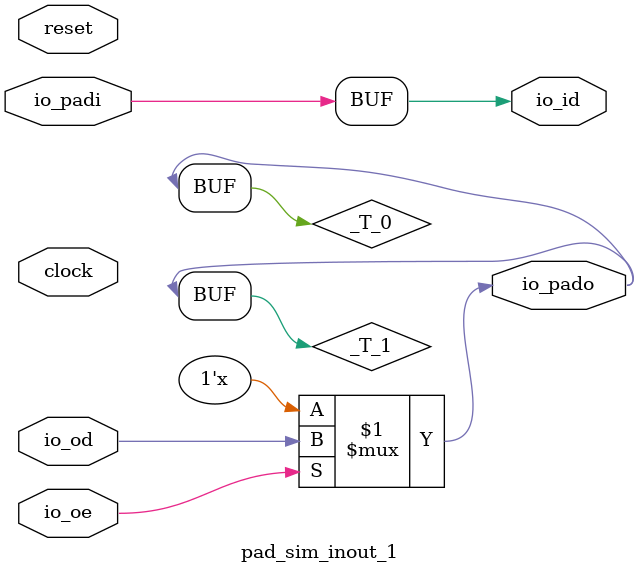
<source format=v>
module utils_pad_sim_in_out_inout_top(
    inout wire  io_i2c_scl, //@ demo_utils_pad_sim_in_out_inout.py:12
    inout wire  io_i2c_sda, //@ demo_utils_pad_sim_in_out_inout.py:13
    output wire  io_uart_tx, //@ demo_utils_pad_sim_in_out_inout.py:24
    input  wire  io_uart_rx, //@ demo_utils_pad_sim_in_out_inout.py:25
    input  wire  clock, //@ phgl_generator.py:85
    input  wire  reset  //@ phgl_generator.py:85
);
    wire  core_io_i2c_scl_input; //@ demo_utils_pad_sim_in_out_inout.py:45
    wire  core_io_i2c_scl_output; //@ demo_utils_pad_sim_in_out_inout.py:45
    wire  core_io_i2c_scl_oe; //@ demo_utils_pad_sim_in_out_inout.py:45
    wire  core_io_i2c_sda_input; //@ demo_utils_pad_sim_in_out_inout.py:45
    wire  core_io_i2c_sda_output; //@ demo_utils_pad_sim_in_out_inout.py:45
    wire  core_io_i2c_sda_oe; //@ demo_utils_pad_sim_in_out_inout.py:45
    wire  core_io_uart_tx; //@ demo_utils_pad_sim_in_out_inout.py:45
    wire  core_io_uart_rx; //@ demo_utils_pad_sim_in_out_inout.py:45
    wire  core_clock; //@ demo_utils_pad_sim_in_out_inout.py:45
    wire  core_reset; //@ demo_utils_pad_sim_in_out_inout.py:45
    wire  io_uart_tx_pad_io_d; //@ pad_sim_model.py:184
    wire  io_uart_tx_pad_io_pad; //@ pad_sim_model.py:184
    wire  io_uart_tx_pad_clock; //@ pad_sim_model.py:184
    wire  io_uart_tx_pad_reset; //@ pad_sim_model.py:184
    wire  io_uart_rx_pad_io_d; //@ pad_sim_model.py:178
    wire  io_uart_rx_pad_io_pad; //@ pad_sim_model.py:178
    wire  io_uart_rx_pad_clock; //@ pad_sim_model.py:178
    wire  io_uart_rx_pad_reset; //@ pad_sim_model.py:178
    wire  io_i2c_scl_pad_io_od; //@ pad_sim_model.py:163
    wire  io_i2c_scl_pad_io_oe; //@ pad_sim_model.py:163
    wire  io_i2c_scl_pad_io_id; //@ pad_sim_model.py:163
    wire  io_i2c_scl_pad_io_padi; //@ pad_sim_model.py:163
    wire  io_i2c_scl_pad_io_pado; //@ pad_sim_model.py:163
    wire  io_i2c_scl_pad_clock; //@ pad_sim_model.py:163
    wire  io_i2c_scl_pad_reset; //@ pad_sim_model.py:163
    wire  io_i2c_sda_pad_io_od; //@ pad_sim_model.py:163
    wire  io_i2c_sda_pad_io_oe; //@ pad_sim_model.py:163
    wire  io_i2c_sda_pad_io_id; //@ pad_sim_model.py:163
    wire  io_i2c_sda_pad_io_padi; //@ pad_sim_model.py:163
    wire  io_i2c_sda_pad_io_pado; //@ pad_sim_model.py:163
    wire  io_i2c_sda_pad_clock; //@ pad_sim_model.py:163
    wire  io_i2c_sda_pad_reset; //@ pad_sim_model.py:163
    utils_pad_sim_core_module core( //@ demo_utils_pad_sim_in_out_inout.py:45
        .io_i2c_scl_input(core_io_i2c_scl_input),
        .io_i2c_scl_output(core_io_i2c_scl_output),
        .io_i2c_scl_oe(core_io_i2c_scl_oe),
        .io_i2c_sda_input(core_io_i2c_sda_input),
        .io_i2c_sda_output(core_io_i2c_sda_output),
        .io_i2c_sda_oe(core_io_i2c_sda_oe),
        .io_uart_tx(core_io_uart_tx),
        .io_uart_rx(core_io_uart_rx),
        .clock(core_clock),
        .reset(core_reset)
    );
    assign core_clock = clock; //@ demo_utils_pad_sim_in_out_inout.py:45
    assign core_reset = reset; //@ demo_utils_pad_sim_in_out_inout.py:45
    pad_sim_out io_uart_tx_pad( //@ pad_sim_model.py:184
        .io_d(io_uart_tx_pad_io_d),
        .io_pad(io_uart_tx_pad_io_pad),
        .clock(io_uart_tx_pad_clock),
        .reset(io_uart_tx_pad_reset)
    );
    assign io_uart_tx_pad_clock = clock; //@ pad_sim_model.py:184
    assign io_uart_tx_pad_reset = reset; //@ pad_sim_model.py:184
    assign io_uart_tx_pad_io_d = core_io_uart_tx; //@ pad_sim_model.py:185
    assign io_uart_tx = io_uart_tx_pad_io_pad; //@ pad_sim_model.py:186
    pad_sim_in io_uart_rx_pad( //@ pad_sim_model.py:178
        .io_d(io_uart_rx_pad_io_d),
        .io_pad(io_uart_rx_pad_io_pad),
        .clock(io_uart_rx_pad_clock),
        .reset(io_uart_rx_pad_reset)
    );
    assign io_uart_rx_pad_clock = clock; //@ pad_sim_model.py:178
    assign io_uart_rx_pad_reset = reset; //@ pad_sim_model.py:178
    assign io_uart_rx_pad_io_pad = io_uart_rx; //@ pad_sim_model.py:179
    assign core_io_uart_rx = io_uart_rx_pad_io_d; //@ pad_sim_model.py:180
    pad_sim_inout io_i2c_scl_pad( //@ pad_sim_model.py:163
        .io_od(io_i2c_scl_pad_io_od),
        .io_oe(io_i2c_scl_pad_io_oe),
        .io_id(io_i2c_scl_pad_io_id),
        .io_padi(io_i2c_scl_pad_io_padi),
        .io_pado(io_i2c_scl_pad_io_pado),
        .clock(io_i2c_scl_pad_clock),
        .reset(io_i2c_scl_pad_reset)
    );
    assign io_i2c_scl_pad_clock = clock; //@ pad_sim_model.py:163
    assign io_i2c_scl_pad_reset = reset; //@ pad_sim_model.py:163
    assign io_i2c_scl_pad_io_od = core_io_i2c_scl_output; //@ pad_sim_model.py:168
    assign io_i2c_scl_pad_io_oe = core_io_i2c_scl_oe; //@ pad_sim_model.py:169
    assign io_i2c_scl_pad_io_padi = io_i2c_scl; //@ pad_sim_model.py:172
    assign core_io_i2c_scl_input = io_i2c_scl_pad_io_id; //@ pad_sim_model.py:173
    assign io_i2c_scl = io_i2c_scl_pad_io_pado; //@ pad_sim_model.py:174
    pad_sim_inout_1 io_i2c_sda_pad( //@ pad_sim_model.py:163
        .io_od(io_i2c_sda_pad_io_od),
        .io_oe(io_i2c_sda_pad_io_oe),
        .io_id(io_i2c_sda_pad_io_id),
        .io_padi(io_i2c_sda_pad_io_padi),
        .io_pado(io_i2c_sda_pad_io_pado),
        .clock(io_i2c_sda_pad_clock),
        .reset(io_i2c_sda_pad_reset)
    );
    assign io_i2c_sda_pad_clock = clock; //@ pad_sim_model.py:163
    assign io_i2c_sda_pad_reset = reset; //@ pad_sim_model.py:163
    assign io_i2c_sda_pad_io_od = core_io_i2c_sda_output; //@ pad_sim_model.py:168
    assign io_i2c_sda_pad_io_oe = core_io_i2c_sda_oe; //@ pad_sim_model.py:169
    assign io_i2c_sda_pad_io_padi = io_i2c_sda; //@ pad_sim_model.py:172
    assign core_io_i2c_sda_input = io_i2c_sda_pad_io_id; //@ pad_sim_model.py:173
    assign io_i2c_sda = io_i2c_sda_pad_io_pado; //@ pad_sim_model.py:174
endmodule
module utils_pad_sim_core_module(
    input  wire  io_i2c_scl_input, //@ pad_sim_model.py:11
    output wire  io_i2c_scl_output, //@ pad_sim_model.py:12
    output wire  io_i2c_scl_oe, //@ pad_sim_model.py:13
    input  wire  io_i2c_sda_input, //@ pad_sim_model.py:11
    output wire  io_i2c_sda_output, //@ pad_sim_model.py:12
    output wire  io_i2c_sda_oe, //@ pad_sim_model.py:13
    output wire  io_uart_tx, //@ demo_utils_pad_sim_in_out_inout.py:18
    input  wire  io_uart_rx, //@ demo_utils_pad_sim_in_out_inout.py:19
    input  wire  clock, //@ demo_utils_pad_sim_in_out_inout.py:45
    input  wire  reset  //@ demo_utils_pad_sim_in_out_inout.py:45
);
endmodule
module pad_sim_out(
    input  wire  io_d, //@ pad_sim_model.py:41
    output wire  io_pad, //@ pad_sim_model.py:42
    input  wire  clock, //@ pad_sim_model.py:184
    input  wire  reset  //@ pad_sim_model.py:184
);
    assign io_pad = io_d; //@ pad_sim_model.py:46
endmodule
module pad_sim_in(
    output wire  io_d, //@ pad_sim_model.py:27
    input  wire  io_pad, //@ pad_sim_model.py:28
    input  wire  clock, //@ pad_sim_model.py:178
    input  wire  reset  //@ pad_sim_model.py:178
);
    assign io_d = io_pad; //@ pad_sim_model.py:32
endmodule
module pad_sim_inout(
    input  wire  io_od, //@ pad_sim_model.py:55
    input  wire  io_oe, //@ pad_sim_model.py:56
    output wire  io_id, //@ pad_sim_model.py:57
    input  wire  io_padi, //@ pad_sim_model.py:58
    output wire  io_pado, //@ pad_sim_model.py:59
    input  wire  clock, //@ pad_sim_model.py:163
    input  wire  reset  //@ pad_sim_model.py:163
);
    wire  _T_0; //@ pad_sim_model.py:65
    wire  _T_1; //@ pad_sim_model.py:65
//    assign io_pado = 1'hz; //@ pad_sim_model.py:63
    assign _T_1 = (io_oe ? io_od : 1'hz); //@ pad_sim_model.py:65
    assign _T_0 = _T_1; //@ pad_sim_model.py:65
    assign io_pado = _T_0; //@ pad_sim_model.py:65
    assign io_id = io_padi; //@ pad_sim_model.py:66
endmodule
module pad_sim_inout_1(
    input  wire  io_od, //@ pad_sim_model.py:55
    input  wire  io_oe, //@ pad_sim_model.py:56
    output wire  io_id, //@ pad_sim_model.py:57
    input  wire  io_padi, //@ pad_sim_model.py:58
    output wire  io_pado, //@ pad_sim_model.py:59
    input  wire  clock, //@ pad_sim_model.py:163
    input  wire  reset  //@ pad_sim_model.py:163
);
    wire  _T_0; //@ pad_sim_model.py:65
    wire  _T_1; //@ pad_sim_model.py:65
//    assign io_pado = 1'hz; //@ pad_sim_model.py:63
    assign _T_1 = (io_oe ? io_od : 1'hz); //@ pad_sim_model.py:65
    assign _T_0 = _T_1; //@ pad_sim_model.py:65
    assign io_pado = _T_0; //@ pad_sim_model.py:65
    assign io_id = io_padi; //@ pad_sim_model.py:66
endmodule

</source>
